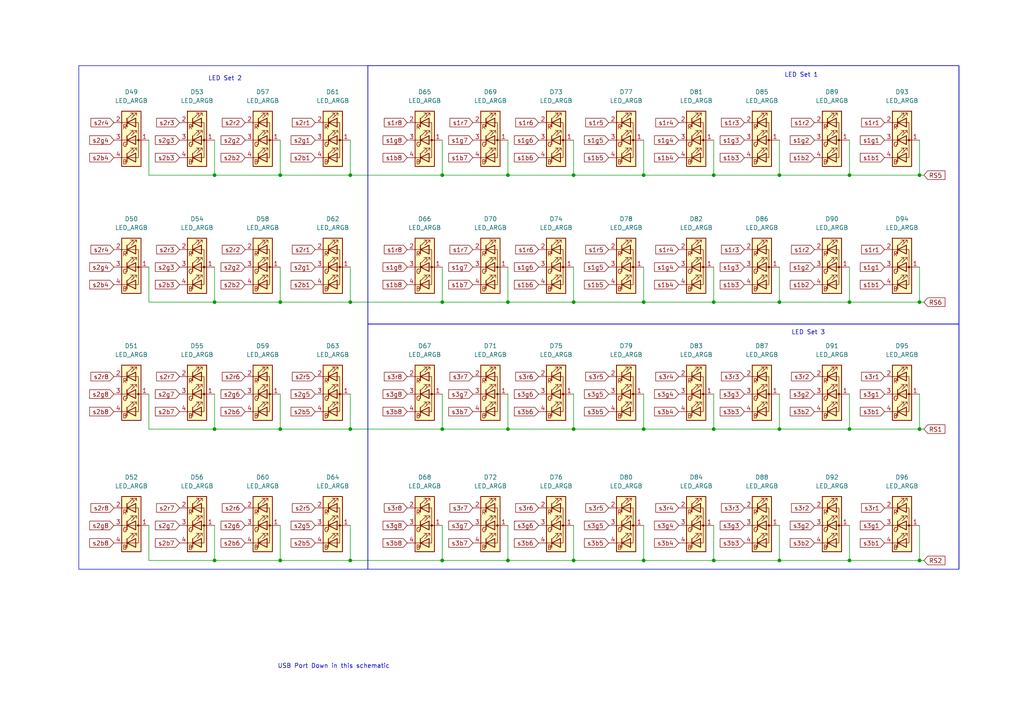
<source format=kicad_sch>
(kicad_sch (version 20250114) (generator "eeschema") (generator_version "9.0")
  (paper "A4")
  (lib_symbols
    (symbol "Device:LED_ARGB" (pin_names (offset 0) (hide yes))
      (property "Reference" "D" (at 0 9.398 0))
      (property "Value" "LED_ARGB" (at 0 -8.89 0))
      (symbol "LED_ARGB_0_0"
        (text "R" (at -1.905 3.81 0) (effects (font (size 1.27 1.27))))
        (text "G" (at -1.905 -1.27 0) (effects (font (size 1.27 1.27))))
        (text "B" (at -1.905 -6.35 0) (effects (font (size 1.27 1.27))))
      )
      (symbol "LED_ARGB_0_1"
        (polyline (pts (xy -1.27 6.35) (xy -1.27 3.81)) (stroke (width 0.254)))
        (polyline (pts (xy -1.27 6.35) (xy -1.27 3.81) (xy -1.27 3.81)))
        (polyline (pts (xy -1.27 5.08) (xy -2.54 5.08)))
        (polyline (pts (xy -1.27 5.08) (xy 1.27 5.08)))
        (polyline (pts (xy -1.27 1.27) (xy -1.27 -1.27)) (stroke (width 0.254)))
        (polyline (pts (xy -1.27 1.27) (xy -1.27 -1.27) (xy -1.27 -1.27)))
        (polyline (pts (xy -1.27 0) (xy -2.54 0)))
        (polyline (pts (xy -1.27 -3.81) (xy -1.27 -6.35)) (stroke (width 0.254)))
        (polyline (pts (xy -1.27 -5.08) (xy -2.54 -5.08)))
        (polyline (pts (xy -1.27 -5.08) (xy 1.27 -5.08)))
        (polyline (pts (xy -1.016 6.35) (xy 0.508 7.874) (xy -0.254 7.874) (xy 0.508 7.874) (xy 0.508 7.112)))
        (polyline (pts (xy -1.016 1.27) (xy 0.508 2.794) (xy -0.254 2.794) (xy 0.508 2.794) (xy 0.508 2.032)))
        (polyline (pts (xy -1.016 -3.81) (xy 0.508 -2.286) (xy -0.254 -2.286) (xy 0.508 -2.286) (xy 0.508 -3.048)))
        (polyline (pts (xy 0 6.35) (xy 1.524 7.874) (xy 0.762 7.874) (xy 1.524 7.874) (xy 1.524 7.112)))
        (polyline (pts (xy 0 1.27) (xy 1.524 2.794) (xy 0.762 2.794) (xy 1.524 2.794) (xy 1.524 2.032)))
        (polyline (pts (xy 0 -3.81) (xy 1.524 -2.286) (xy 0.762 -2.286) (xy 1.524 -2.286) (xy 1.524 -3.048)))
        (polyline (pts (xy 1.27 6.35) (xy 1.27 3.81) (xy -1.27 5.08) (xy 1.27 6.35)) (stroke (width 0.254)))
        (rectangle (start 1.27 6.35) (end 1.27 6.35))
        (rectangle (start 1.27 3.81) (end 1.27 6.35))
        (polyline (pts (xy 1.27 1.27) (xy 1.27 -1.27) (xy -1.27 0) (xy 1.27 1.27)) (stroke (width 0.254)))
        (rectangle (start 1.27 1.27) (end 1.27 1.27))
        (polyline (pts (xy 1.27 0) (xy -1.27 0)))
        (polyline (pts (xy 1.27 0) (xy 2.54 0)))
        (rectangle (start 1.27 -1.27) (end 1.27 1.27))
        (polyline (pts (xy 1.27 -3.81) (xy 1.27 -6.35) (xy -1.27 -5.08) (xy 1.27 -3.81)) (stroke (width 0.254)))
        (polyline (pts (xy 1.27 -5.08) (xy 2.032 -5.08) (xy 2.032 5.08) (xy 1.27 5.08)))
        (circle (center 2.032 0) (radius 0.254) (fill (type outline)))
        (rectangle (start 2.794 8.382) (end -2.794 -7.62) (stroke (width 0.254)) (fill (type background)))
      )
      (symbol "LED_ARGB_1_1"
        (pin passive line (at -5.08 5.08 0) (length 2.54) (name "RK") (number "2"))
        (pin passive line (at -5.08 0 0) (length 2.54) (name "GK") (number "3"))
        (pin passive line (at -5.08 -5.08 0) (length 2.54) (name "BK") (number "4"))
        (pin passive line (at 5.08 0 180) (length 2.54) (name "A") (number "1"))
      )
    )
  )
  (rectangle (start 106.68 19.05) (end 278.13 93.98))
  (rectangle (start 106.68 93.98) (end 278.13 165.1))
  (rectangle (start 22.86 19.05) (end 106.68 165.1))
  (rectangle (start 106.68 19.05) (end 278.13 165.1))
  (text "LED Set 2\n" (at 65.278 22.86 0) (effects (font (size 1.27 1.27))))
  (text "LED Set 1" (at 232.41 21.844 0) (effects (font (size 1.27 1.27))))
  (text "USB Port Down in this schematic\n" (at 96.774 193.294 0) (effects (font (size 1.27 1.27))))
  (text "LED Set 3" (at 234.442 96.52 0) (effects (font (size 1.27 1.27))))
  (junction (at 101.6 87.63))
  (junction (at 266.7 162.56))
  (junction (at 101.6 50.8))
  (junction (at 62.23 50.8))
  (junction (at 266.7 87.63))
  (junction (at 246.38 162.56))
  (junction (at 186.69 50.8))
  (junction (at 128.27 124.46))
  (junction (at 226.06 124.46))
  (junction (at 128.27 162.56))
  (junction (at 207.01 124.46))
  (junction (at 101.6 162.56))
  (junction (at 186.69 162.56))
  (junction (at 166.37 87.63))
  (junction (at 266.7 124.46))
  (junction (at 62.23 87.63))
  (junction (at 266.7 50.8))
  (junction (at 81.28 162.56))
  (junction (at 81.28 124.46))
  (junction (at 246.38 124.46))
  (junction (at 128.27 50.8))
  (junction (at 207.01 162.56))
  (junction (at 147.32 50.8))
  (junction (at 147.32 87.63))
  (junction (at 62.23 124.46))
  (junction (at 226.06 162.56))
  (junction (at 166.37 50.8))
  (junction (at 128.27 87.63))
  (junction (at 246.38 50.8))
  (junction (at 62.23 162.56))
  (junction (at 81.28 87.63))
  (junction (at 207.01 87.63))
  (junction (at 101.6 124.46))
  (junction (at 166.37 124.46))
  (junction (at 147.32 124.46))
  (junction (at 147.32 162.56))
  (junction (at 186.69 87.63))
  (junction (at 226.06 87.63))
  (junction (at 166.37 162.56))
  (junction (at 246.38 87.63))
  (junction (at 81.28 50.8))
  (junction (at 186.69 124.46))
  (junction (at 207.01 50.8))
  (junction (at 226.06 50.8))
  (wire (pts (xy 226.06 152.4) (xy 226.06 162.56)))
  (wire (pts (xy 166.37 87.63) (xy 186.69 87.63)))
  (wire (pts (xy 226.06 114.3) (xy 226.06 124.46)))
  (wire (pts (xy 226.06 162.56) (xy 246.38 162.56)))
  (wire (pts (xy 43.18 152.4) (xy 43.18 162.56)))
  (wire (pts (xy 266.7 50.8) (xy 267.97 50.8)))
  (wire (pts (xy 246.38 152.4) (xy 246.38 162.56)))
  (wire (pts (xy 207.01 124.46) (xy 226.06 124.46)))
  (wire (pts (xy 128.27 162.56) (xy 147.32 162.56)))
  (wire (pts (xy 186.69 40.64) (xy 186.69 50.8)))
  (wire (pts (xy 207.01 87.63) (xy 226.06 87.63)))
  (wire (pts (xy 128.27 114.3) (xy 128.27 124.46)))
  (wire (pts (xy 147.32 87.63) (xy 166.37 87.63)))
  (wire (pts (xy 166.37 124.46) (xy 186.69 124.46)))
  (wire (pts (xy 43.18 124.46) (xy 62.23 124.46)))
  (wire (pts (xy 43.18 162.56) (xy 62.23 162.56)))
  (wire (pts (xy 43.18 87.63) (xy 62.23 87.63)))
  (wire (pts (xy 186.69 77.47) (xy 186.69 87.63)))
  (wire (pts (xy 101.6 124.46) (xy 128.27 124.46)))
  (wire (pts (xy 266.7 124.46) (xy 267.97 124.46)))
  (wire (pts (xy 226.06 87.63) (xy 246.38 87.63)))
  (wire (pts (xy 62.23 87.63) (xy 81.28 87.63)))
  (wire (pts (xy 147.32 162.56) (xy 166.37 162.56)))
  (wire (pts (xy 186.69 114.3) (xy 186.69 124.46)))
  (wire (pts (xy 128.27 77.47) (xy 128.27 87.63)))
  (wire (pts (xy 147.32 40.64) (xy 147.32 50.8)))
  (wire (pts (xy 81.28 77.47) (xy 81.28 87.63)))
  (wire (pts (xy 246.38 162.56) (xy 266.7 162.56)))
  (wire (pts (xy 128.27 152.4) (xy 128.27 162.56)))
  (wire (pts (xy 62.23 50.8) (xy 81.28 50.8)))
  (wire (pts (xy 147.32 77.47) (xy 147.32 87.63)))
  (wire (pts (xy 147.32 124.46) (xy 166.37 124.46)))
  (wire (pts (xy 128.27 50.8) (xy 147.32 50.8)))
  (wire (pts (xy 81.28 87.63) (xy 101.6 87.63)))
  (wire (pts (xy 101.6 87.63) (xy 128.27 87.63)))
  (wire (pts (xy 166.37 40.64) (xy 166.37 50.8)))
  (wire (pts (xy 246.38 40.64) (xy 246.38 50.8)))
  (wire (pts (xy 207.01 162.56) (xy 226.06 162.56)))
  (wire (pts (xy 81.28 50.8) (xy 101.6 50.8)))
  (wire (pts (xy 207.01 50.8) (xy 226.06 50.8)))
  (wire (pts (xy 186.69 162.56) (xy 207.01 162.56)))
  (wire (pts (xy 226.06 40.64) (xy 226.06 50.8)))
  (wire (pts (xy 101.6 40.64) (xy 101.6 50.8)))
  (wire (pts (xy 81.28 114.3) (xy 81.28 124.46)))
  (wire (pts (xy 266.7 152.4) (xy 266.7 162.56)))
  (wire (pts (xy 266.7 162.56) (xy 267.97 162.56)))
  (wire (pts (xy 166.37 162.56) (xy 186.69 162.56)))
  (wire (pts (xy 246.38 77.47) (xy 246.38 87.63)))
  (wire (pts (xy 147.32 152.4) (xy 147.32 162.56)))
  (wire (pts (xy 186.69 50.8) (xy 207.01 50.8)))
  (wire (pts (xy 43.18 50.8) (xy 62.23 50.8)))
  (wire (pts (xy 266.7 77.47) (xy 266.7 87.63)))
  (wire (pts (xy 226.06 50.8) (xy 246.38 50.8)))
  (wire (pts (xy 81.28 162.56) (xy 101.6 162.56)))
  (wire (pts (xy 81.28 124.46) (xy 101.6 124.46)))
  (wire (pts (xy 147.32 114.3) (xy 147.32 124.46)))
  (wire (pts (xy 101.6 50.8) (xy 128.27 50.8)))
  (wire (pts (xy 62.23 124.46) (xy 81.28 124.46)))
  (wire (pts (xy 246.38 50.8) (xy 266.7 50.8)))
  (wire (pts (xy 62.23 77.47) (xy 62.23 87.63)))
  (wire (pts (xy 207.01 152.4) (xy 207.01 162.56)))
  (wire (pts (xy 128.27 124.46) (xy 147.32 124.46)))
  (wire (pts (xy 186.69 152.4) (xy 186.69 162.56)))
  (wire (pts (xy 166.37 114.3) (xy 166.37 124.46)))
  (wire (pts (xy 81.28 152.4) (xy 81.28 162.56)))
  (wire (pts (xy 166.37 77.47) (xy 166.37 87.63)))
  (wire (pts (xy 266.7 40.64) (xy 266.7 50.8)))
  (wire (pts (xy 43.18 77.47) (xy 43.18 87.63)))
  (wire (pts (xy 186.69 124.46) (xy 207.01 124.46)))
  (wire (pts (xy 128.27 87.63) (xy 147.32 87.63)))
  (wire (pts (xy 246.38 124.46) (xy 266.7 124.46)))
  (wire (pts (xy 101.6 152.4) (xy 101.6 162.56)))
  (wire (pts (xy 43.18 40.64) (xy 43.18 50.8)))
  (wire (pts (xy 246.38 114.3) (xy 246.38 124.46)))
  (wire (pts (xy 81.28 40.64) (xy 81.28 50.8)))
  (wire (pts (xy 226.06 124.46) (xy 246.38 124.46)))
  (wire (pts (xy 166.37 152.4) (xy 166.37 162.56)))
  (wire (pts (xy 101.6 77.47) (xy 101.6 87.63)))
  (wire (pts (xy 207.01 114.3) (xy 207.01 124.46)))
  (wire (pts (xy 186.69 87.63) (xy 207.01 87.63)))
  (wire (pts (xy 226.06 77.47) (xy 226.06 87.63)))
  (wire (pts (xy 62.23 40.64) (xy 62.23 50.8)))
  (wire (pts (xy 207.01 77.47) (xy 207.01 87.63)))
  (wire (pts (xy 62.23 152.4) (xy 62.23 162.56)))
  (wire (pts (xy 166.37 50.8) (xy 186.69 50.8)))
  (wire (pts (xy 101.6 114.3) (xy 101.6 124.46)))
  (wire (pts (xy 128.27 40.64) (xy 128.27 50.8)))
  (wire (pts (xy 101.6 162.56) (xy 128.27 162.56)))
  (wire (pts (xy 43.18 114.3) (xy 43.18 124.46)))
  (wire (pts (xy 62.23 114.3) (xy 62.23 124.46)))
  (wire (pts (xy 266.7 114.3) (xy 266.7 124.46)))
  (wire (pts (xy 147.32 50.8) (xy 166.37 50.8)))
  (wire (pts (xy 207.01 40.64) (xy 207.01 50.8)))
  (wire (pts (xy 62.23 162.56) (xy 81.28 162.56)))
  (wire (pts (xy 246.38 87.63) (xy 266.7 87.63)))
  (wire (pts (xy 266.7 87.63) (xy 267.97 87.63)))
  (global_label "s3g7" (shape input) (at 137.16 152.4 180) (property "Intersheetrefs" "${INTERSHEET_REFS}" (effects (hide yes))))
  (global_label "s2g5" (shape input) (at 91.44 114.3 180) (property "Intersheetrefs" "${INTERSHEET_REFS}" (effects (hide yes))))
  (global_label "s1g5" (shape input) (at 176.53 77.47 180) (property "Intersheetrefs" "${INTERSHEET_REFS}" (effects (hide yes))))
  (global_label "s1g3" (shape input) (at 215.9 77.47 180) (property "Intersheetrefs" "${INTERSHEET_REFS}" (effects (hide yes))))
  (global_label "s2r3" (shape input) (at 52.07 72.39 180) (property "Intersheetrefs" "${INTERSHEET_REFS}" (effects (hide yes))))
  (global_label "s3g8" (shape input) (at 118.11 114.3 180) (property "Intersheetrefs" "${INTERSHEET_REFS}" (effects (hide yes))))
  (global_label "s2b5" (shape input) (at 91.44 119.38 180) (property "Intersheetrefs" "${INTERSHEET_REFS}" (effects (hide yes))))
  (global_label "s2b4" (shape input) (at 33.02 45.72 180) (property "Intersheetrefs" "${INTERSHEET_REFS}" (effects (hide yes))))
  (global_label "s2g2" (shape input) (at 71.12 40.64 180) (property "Intersheetrefs" "${INTERSHEET_REFS}" (effects (hide yes))))
  (global_label "s3b6" (shape input) (at 156.21 157.48 180) (property "Intersheetrefs" "${INTERSHEET_REFS}" (effects (hide yes))))
  (global_label "s1r3" (shape input) (at 215.9 35.56 180) (property "Intersheetrefs" "${INTERSHEET_REFS}" (effects (hide yes))))
  (global_label "s3g4" (shape input) (at 196.85 152.4 180) (property "Intersheetrefs" "${INTERSHEET_REFS}" (effects (hide yes))))
  (global_label "s3g7" (shape input) (at 137.16 114.3 180) (property "Intersheetrefs" "${INTERSHEET_REFS}" (effects (hide yes))))
  (global_label "s2b6" (shape input) (at 71.12 119.38 180) (property "Intersheetrefs" "${INTERSHEET_REFS}" (effects (hide yes))))
  (global_label "s3b5" (shape input) (at 176.53 119.38 180) (property "Intersheetrefs" "${INTERSHEET_REFS}" (effects (hide yes))))
  (global_label "s3g4" (shape input) (at 196.85 114.3 180) (property "Intersheetrefs" "${INTERSHEET_REFS}" (effects (hide yes))))
  (global_label "s1r1" (shape input) (at 256.54 72.39 180) (property "Intersheetrefs" "${INTERSHEET_REFS}" (effects (hide yes))))
  (global_label "s3g8" (shape input) (at 118.11 152.4 180) (property "Intersheetrefs" "${INTERSHEET_REFS}" (effects (hide yes))))
  (global_label "s3r6" (shape input) (at 156.21 109.22 180) (property "Intersheetrefs" "${INTERSHEET_REFS}" (effects (hide yes))))
  (global_label "s1r7" (shape input) (at 137.16 72.39 180) (property "Intersheetrefs" "${INTERSHEET_REFS}" (effects (hide yes))))
  (global_label "s3r2" (shape input) (at 236.22 109.22 180) (property "Intersheetrefs" "${INTERSHEET_REFS}" (effects (hide yes))))
  (global_label "RS6" (shape input) (at 267.97 87.63 0) (property "Intersheetrefs" "${INTERSHEET_REFS}" (effects (hide yes))))
  (global_label "s1r1" (shape input) (at 256.54 35.56 180) (property "Intersheetrefs" "${INTERSHEET_REFS}" (effects (hide yes))))
  (global_label "s3r8" (shape input) (at 118.11 147.32 180) (property "Intersheetrefs" "${INTERSHEET_REFS}" (effects (hide yes))))
  (global_label "s3g3" (shape input) (at 215.9 152.4 180) (property "Intersheetrefs" "${INTERSHEET_REFS}" (effects (hide yes))))
  (global_label "s1b5" (shape input) (at 176.53 45.72 180) (property "Intersheetrefs" "${INTERSHEET_REFS}" (effects (hide yes))))
  (global_label "s3b1" (shape input) (at 256.54 157.48 180) (property "Intersheetrefs" "${INTERSHEET_REFS}" (effects (hide yes))))
  (global_label "RS2" (shape input) (at 267.97 162.56 0) (property "Intersheetrefs" "${INTERSHEET_REFS}" (effects (hide yes))))
  (global_label "s3b3" (shape input) (at 215.9 157.48 180) (property "Intersheetrefs" "${INTERSHEET_REFS}" (effects (hide yes))))
  (global_label "s3g1" (shape input) (at 256.54 114.3 180) (property "Intersheetrefs" "${INTERSHEET_REFS}" (effects (hide yes))))
  (global_label "s2b8" (shape input) (at 33.02 119.38 180) (property "Intersheetrefs" "${INTERSHEET_REFS}" (effects (hide yes))))
  (global_label "s1g5" (shape input) (at 176.53 40.64 180) (property "Intersheetrefs" "${INTERSHEET_REFS}" (effects (hide yes))))
  (global_label "s2r6" (shape input) (at 71.12 109.22 180) (property "Intersheetrefs" "${INTERSHEET_REFS}" (effects (hide yes))))
  (global_label "s1r7" (shape input) (at 137.16 35.56 180) (property "Intersheetrefs" "${INTERSHEET_REFS}" (effects (hide yes))))
  (global_label "s3r7" (shape input) (at 137.16 109.22 180) (property "Intersheetrefs" "${INTERSHEET_REFS}" (effects (hide yes))))
  (global_label "s3b1" (shape input) (at 256.54 119.38 180) (property "Intersheetrefs" "${INTERSHEET_REFS}" (effects (hide yes))))
  (global_label "s1r5" (shape input) (at 176.53 35.56 180) (property "Intersheetrefs" "${INTERSHEET_REFS}" (effects (hide yes))))
  (global_label "s2r2" (shape input) (at 71.12 35.56 180) (property "Intersheetrefs" "${INTERSHEET_REFS}" (effects (hide yes))))
  (global_label "s1b6" (shape input) (at 156.21 82.55 180) (property "Intersheetrefs" "${INTERSHEET_REFS}" (effects (hide yes))))
  (global_label "s2r4" (shape input) (at 33.02 72.39 180) (property "Intersheetrefs" "${INTERSHEET_REFS}" (effects (hide yes))))
  (global_label "s1r6" (shape input) (at 156.21 35.56 180) (property "Intersheetrefs" "${INTERSHEET_REFS}" (effects (hide yes))))
  (global_label "s2r7" (shape input) (at 52.07 147.32 180) (property "Intersheetrefs" "${INTERSHEET_REFS}" (effects (hide yes))))
  (global_label "s1g2" (shape input) (at 236.22 40.64 180) (property "Intersheetrefs" "${INTERSHEET_REFS}" (effects (hide yes))))
  (global_label "s1b4" (shape input) (at 196.85 82.55 180) (property "Intersheetrefs" "${INTERSHEET_REFS}" (effects (hide yes))))
  (global_label "s2g3" (shape input) (at 52.07 40.64 180) (property "Intersheetrefs" "${INTERSHEET_REFS}" (effects (hide yes))))
  (global_label "s2r6" (shape input) (at 71.12 147.32 180) (property "Intersheetrefs" "${INTERSHEET_REFS}" (effects (hide yes))))
  (global_label "s1b1" (shape input) (at 256.54 82.55 180) (property "Intersheetrefs" "${INTERSHEET_REFS}" (effects (hide yes))))
  (global_label "s2g6" (shape input) (at 71.12 152.4 180) (property "Intersheetrefs" "${INTERSHEET_REFS}" (effects (hide yes))))
  (global_label "RS1" (shape input) (at 267.97 124.46 0) (property "Intersheetrefs" "${INTERSHEET_REFS}" (effects (hide yes))))
  (global_label "s3r4" (shape input) (at 196.85 109.22 180) (property "Intersheetrefs" "${INTERSHEET_REFS}" (effects (hide yes))))
  (global_label "s2b2" (shape input) (at 71.12 82.55 180) (property "Intersheetrefs" "${INTERSHEET_REFS}" (effects (hide yes))))
  (global_label "s1r2" (shape input) (at 236.22 35.56 180) (property "Intersheetrefs" "${INTERSHEET_REFS}" (effects (hide yes))))
  (global_label "s1g7" (shape input) (at 137.16 40.64 180) (property "Intersheetrefs" "${INTERSHEET_REFS}" (effects (hide yes))))
  (global_label "s3g3" (shape input) (at 215.9 114.3 180) (property "Intersheetrefs" "${INTERSHEET_REFS}" (effects (hide yes))))
  (global_label "s2b1" (shape input) (at 91.44 45.72 180) (property "Intersheetrefs" "${INTERSHEET_REFS}" (effects (hide yes))))
  (global_label "s2r1" (shape input) (at 91.44 72.39 180) (property "Intersheetrefs" "${INTERSHEET_REFS}" (effects (hide yes))))
  (global_label "s1g8" (shape input) (at 118.11 40.64 180) (property "Intersheetrefs" "${INTERSHEET_REFS}" (effects (hide yes))))
  (global_label "s2g8" (shape input) (at 33.02 114.3 180) (property "Intersheetrefs" "${INTERSHEET_REFS}" (effects (hide yes))))
  (global_label "s2r7" (shape input) (at 52.07 109.22 180) (property "Intersheetrefs" "${INTERSHEET_REFS}" (effects (hide yes))))
  (global_label "s1r2" (shape input) (at 236.22 72.39 180) (property "Intersheetrefs" "${INTERSHEET_REFS}" (effects (hide yes))))
  (global_label "s1b1" (shape input) (at 256.54 45.72 180) (property "Intersheetrefs" "${INTERSHEET_REFS}" (effects (hide yes))))
  (global_label "s2r2" (shape input) (at 71.12 72.39 180) (property "Intersheetrefs" "${INTERSHEET_REFS}" (effects (hide yes))))
  (global_label "s1r8" (shape input) (at 118.11 72.39 180) (property "Intersheetrefs" "${INTERSHEET_REFS}" (effects (hide yes))))
  (global_label "s3r2" (shape input) (at 236.22 147.32 180) (property "Intersheetrefs" "${INTERSHEET_REFS}" (effects (hide yes))))
  (global_label "s2r5" (shape input) (at 91.44 109.22 180) (property "Intersheetrefs" "${INTERSHEET_REFS}" (effects (hide yes))))
  (global_label "s2g4" (shape input) (at 33.02 40.64 180) (property "Intersheetrefs" "${INTERSHEET_REFS}" (effects (hide yes))))
  (global_label "s2b3" (shape input) (at 52.07 45.72 180) (property "Intersheetrefs" "${INTERSHEET_REFS}" (effects (hide yes))))
  (global_label "s3g1" (shape input) (at 256.54 152.4 180) (property "Intersheetrefs" "${INTERSHEET_REFS}" (effects (hide yes))))
  (global_label "s2g8" (shape input) (at 33.02 152.4 180) (property "Intersheetrefs" "${INTERSHEET_REFS}" (effects (hide yes))))
  (global_label "s1b2" (shape input) (at 236.22 82.55 180) (property "Intersheetrefs" "${INTERSHEET_REFS}" (effects (hide yes))))
  (global_label "s3r7" (shape input) (at 137.16 147.32 180) (property "Intersheetrefs" "${INTERSHEET_REFS}" (effects (hide yes))))
  (global_label "s1r3" (shape input) (at 215.9 72.39 180) (property "Intersheetrefs" "${INTERSHEET_REFS}" (effects (hide yes))))
  (global_label "s1g6" (shape input) (at 156.21 77.47 180) (property "Intersheetrefs" "${INTERSHEET_REFS}" (effects (hide yes))))
  (global_label "s1b2" (shape input) (at 236.22 45.72 180) (property "Intersheetrefs" "${INTERSHEET_REFS}" (effects (hide yes))))
  (global_label "s3b8" (shape input) (at 118.11 157.48 180) (property "Intersheetrefs" "${INTERSHEET_REFS}" (effects (hide yes))))
  (global_label "s1g6" (shape input) (at 156.21 40.64 180) (property "Intersheetrefs" "${INTERSHEET_REFS}" (effects (hide yes))))
  (global_label "s3g5" (shape input) (at 176.53 152.4 180) (property "Intersheetrefs" "${INTERSHEET_REFS}" (effects (hide yes))))
  (global_label "s1g1" (shape input) (at 256.54 77.47 180) (property "Intersheetrefs" "${INTERSHEET_REFS}" (effects (hide yes))))
  (global_label "s2g1" (shape input) (at 91.44 77.47 180) (property "Intersheetrefs" "${INTERSHEET_REFS}" (effects (hide yes))))
  (global_label "s1r6" (shape input) (at 156.21 72.39 180) (property "Intersheetrefs" "${INTERSHEET_REFS}" (effects (hide yes))))
  (global_label "s2g2" (shape input) (at 71.12 77.47 180) (property "Intersheetrefs" "${INTERSHEET_REFS}" (effects (hide yes))))
  (global_label "s3b8" (shape input) (at 118.11 119.38 180) (property "Intersheetrefs" "${INTERSHEET_REFS}" (effects (hide yes))))
  (global_label "s1b3" (shape input) (at 215.9 45.72 180) (property "Intersheetrefs" "${INTERSHEET_REFS}" (effects (hide yes))))
  (global_label "s2g3" (shape input) (at 52.07 77.47 180) (property "Intersheetrefs" "${INTERSHEET_REFS}" (effects (hide yes))))
  (global_label "s3g5" (shape input) (at 176.53 114.3 180) (property "Intersheetrefs" "${INTERSHEET_REFS}" (effects (hide yes))))
  (global_label "s3g6" (shape input) (at 156.21 152.4 180) (property "Intersheetrefs" "${INTERSHEET_REFS}" (effects (hide yes))))
  (global_label "s1b8" (shape input) (at 118.11 45.72 180) (property "Intersheetrefs" "${INTERSHEET_REFS}" (effects (hide yes))))
  (global_label "s2b3" (shape input) (at 52.07 82.55 180) (property "Intersheetrefs" "${INTERSHEET_REFS}" (effects (hide yes))))
  (global_label "s3r4" (shape input) (at 196.85 147.32 180) (property "Intersheetrefs" "${INTERSHEET_REFS}" (effects (hide yes))))
  (global_label "s2b5" (shape input) (at 91.44 157.48 180) (property "Intersheetrefs" "${INTERSHEET_REFS}" (effects (hide yes))))
  (global_label "s2r4" (shape input) (at 33.02 35.56 180) (property "Intersheetrefs" "${INTERSHEET_REFS}" (effects (hide yes))))
  (global_label "s3r3" (shape input) (at 215.9 147.32 180) (property "Intersheetrefs" "${INTERSHEET_REFS}" (effects (hide yes))))
  (global_label "s2g5" (shape input) (at 91.44 152.4 180) (property "Intersheetrefs" "${INTERSHEET_REFS}" (effects (hide yes))))
  (global_label "s3r5" (shape input) (at 176.53 147.32 180) (property "Intersheetrefs" "${INTERSHEET_REFS}" (effects (hide yes))))
  (global_label "s1b7" (shape input) (at 137.16 45.72 180) (property "Intersheetrefs" "${INTERSHEET_REFS}" (effects (hide yes))))
  (global_label "s3b2" (shape input) (at 236.22 157.48 180) (property "Intersheetrefs" "${INTERSHEET_REFS}" (effects (hide yes))))
  (global_label "RS5" (shape input) (at 267.97 50.8 0) (property "Intersheetrefs" "${INTERSHEET_REFS}" (effects (hide yes))))
  (global_label "s2g6" (shape input) (at 71.12 114.3 180) (property "Intersheetrefs" "${INTERSHEET_REFS}" (effects (hide yes))))
  (global_label "s1b3" (shape input) (at 215.9 82.55 180) (property "Intersheetrefs" "${INTERSHEET_REFS}" (effects (hide yes))))
  (global_label "s2b4" (shape input) (at 33.02 82.55 180) (property "Intersheetrefs" "${INTERSHEET_REFS}" (effects (hide yes))))
  (global_label "s1g3" (shape input) (at 215.9 40.64 180) (property "Intersheetrefs" "${INTERSHEET_REFS}" (effects (hide yes))))
  (global_label "s1g7" (shape input) (at 137.16 77.47 180) (property "Intersheetrefs" "${INTERSHEET_REFS}" (effects (hide yes))))
  (global_label "s1b4" (shape input) (at 196.85 45.72 180) (property "Intersheetrefs" "${INTERSHEET_REFS}" (effects (hide yes))))
  (global_label "s1g2" (shape input) (at 236.22 77.47 180) (property "Intersheetrefs" "${INTERSHEET_REFS}" (effects (hide yes))))
  (global_label "s2r5" (shape input) (at 91.44 147.32 180) (property "Intersheetrefs" "${INTERSHEET_REFS}" (effects (hide yes))))
  (global_label "s3r8" (shape input) (at 118.11 109.22 180) (property "Intersheetrefs" "${INTERSHEET_REFS}" (effects (hide yes))))
  (global_label "s3b6" (shape input) (at 156.21 119.38 180) (property "Intersheetrefs" "${INTERSHEET_REFS}" (effects (hide yes))))
  (global_label "s1r4" (shape input) (at 196.85 72.39 180) (property "Intersheetrefs" "${INTERSHEET_REFS}" (effects (hide yes))))
  (global_label "s3b3" (shape input) (at 215.9 119.38 180) (property "Intersheetrefs" "${INTERSHEET_REFS}" (effects (hide yes))))
  (global_label "s2r8" (shape input) (at 33.02 109.22 180) (property "Intersheetrefs" "${INTERSHEET_REFS}" (effects (hide yes))))
  (global_label "s1b7" (shape input) (at 137.16 82.55 180) (property "Intersheetrefs" "${INTERSHEET_REFS}" (effects (hide yes))))
  (global_label "s1b6" (shape input) (at 156.21 45.72 180) (property "Intersheetrefs" "${INTERSHEET_REFS}" (effects (hide yes))))
  (global_label "s2b8" (shape input) (at 33.02 157.48 180) (property "Intersheetrefs" "${INTERSHEET_REFS}" (effects (hide yes))))
  (global_label "s2b7" (shape input) (at 52.07 157.48 180) (property "Intersheetrefs" "${INTERSHEET_REFS}" (effects (hide yes))))
  (global_label "s1g8" (shape input) (at 118.11 77.47 180) (property "Intersheetrefs" "${INTERSHEET_REFS}" (effects (hide yes))))
  (global_label "s3r3" (shape input) (at 215.9 109.22 180) (property "Intersheetrefs" "${INTERSHEET_REFS}" (effects (hide yes))))
  (global_label "s3r1" (shape input) (at 256.54 109.22 180) (property "Intersheetrefs" "${INTERSHEET_REFS}" (effects (hide yes))))
  (global_label "s1b8" (shape input) (at 118.11 82.55 180) (property "Intersheetrefs" "${INTERSHEET_REFS}" (effects (hide yes))))
  (global_label "s2r1" (shape input) (at 91.44 35.56 180) (property "Intersheetrefs" "${INTERSHEET_REFS}" (effects (hide yes))))
  (global_label "s3b5" (shape input) (at 176.53 157.48 180) (property "Intersheetrefs" "${INTERSHEET_REFS}" (effects (hide yes))))
  (global_label "s3g6" (shape input) (at 156.21 114.3 180) (property "Intersheetrefs" "${INTERSHEET_REFS}" (effects (hide yes))))
  (global_label "s2r8" (shape input) (at 33.02 147.32 180) (property "Intersheetrefs" "${INTERSHEET_REFS}" (effects (hide yes))))
  (global_label "s2b1" (shape input) (at 91.44 82.55 180) (property "Intersheetrefs" "${INTERSHEET_REFS}" (effects (hide yes))))
  (global_label "s3r1" (shape input) (at 256.54 147.32 180) (property "Intersheetrefs" "${INTERSHEET_REFS}" (effects (hide yes))))
  (global_label "s3b4" (shape input) (at 196.85 119.38 180) (property "Intersheetrefs" "${INTERSHEET_REFS}" (effects (hide yes))))
  (global_label "s2g1" (shape input) (at 91.44 40.64 180) (property "Intersheetrefs" "${INTERSHEET_REFS}" (effects (hide yes))))
  (global_label "s3b7" (shape input) (at 137.16 157.48 180) (property "Intersheetrefs" "${INTERSHEET_REFS}" (effects (hide yes))))
  (global_label "s1r5" (shape input) (at 176.53 72.39 180) (property "Intersheetrefs" "${INTERSHEET_REFS}" (effects (hide yes))))
  (global_label "s1r4" (shape input) (at 196.85 35.56 180) (property "Intersheetrefs" "${INTERSHEET_REFS}" (effects (hide yes))))
  (global_label "s3g2" (shape input) (at 236.22 152.4 180) (property "Intersheetrefs" "${INTERSHEET_REFS}" (effects (hide yes))))
  (global_label "s1g4" (shape input) (at 196.85 77.47 180) (property "Intersheetrefs" "${INTERSHEET_REFS}" (effects (hide yes))))
  (global_label "s2r3" (shape input) (at 52.07 35.56 180) (property "Intersheetrefs" "${INTERSHEET_REFS}" (effects (hide yes))))
  (global_label "s2g4" (shape input) (at 33.02 77.47 180) (property "Intersheetrefs" "${INTERSHEET_REFS}" (effects (hide yes))))
  (global_label "s1g4" (shape input) (at 196.85 40.64 180) (property "Intersheetrefs" "${INTERSHEET_REFS}" (effects (hide yes))))
  (global_label "s3r5" (shape input) (at 176.53 109.22 180) (property "Intersheetrefs" "${INTERSHEET_REFS}" (effects (hide yes))))
  (global_label "s1r8" (shape input) (at 118.11 35.56 180) (property "Intersheetrefs" "${INTERSHEET_REFS}" (effects (hide yes))))
  (global_label "s3r6" (shape input) (at 156.21 147.32 180) (property "Intersheetrefs" "${INTERSHEET_REFS}" (effects (hide yes))))
  (global_label "s3b4" (shape input) (at 196.85 157.48 180) (property "Intersheetrefs" "${INTERSHEET_REFS}" (effects (hide yes))))
  (global_label "s3b2" (shape input) (at 236.22 119.38 180) (property "Intersheetrefs" "${INTERSHEET_REFS}" (effects (hide yes))))
  (global_label "s2b2" (shape input) (at 71.12 45.72 180) (property "Intersheetrefs" "${INTERSHEET_REFS}" (effects (hide yes))))
  (global_label "s2g7" (shape input) (at 52.07 114.3 180) (property "Intersheetrefs" "${INTERSHEET_REFS}" (effects (hide yes))))
  (global_label "s1b5" (shape input) (at 176.53 82.55 180) (property "Intersheetrefs" "${INTERSHEET_REFS}" (effects (hide yes))))
  (global_label "s3b7" (shape input) (at 137.16 119.38 180) (property "Intersheetrefs" "${INTERSHEET_REFS}" (effects (hide yes))))
  (global_label "s2b7" (shape input) (at 52.07 119.38 180) (property "Intersheetrefs" "${INTERSHEET_REFS}" (effects (hide yes))))
  (global_label "s1g1" (shape input) (at 256.54 40.64 180) (property "Intersheetrefs" "${INTERSHEET_REFS}" (effects (hide yes))))
  (global_label "s2g7" (shape input) (at 52.07 152.4 180) (property "Intersheetrefs" "${INTERSHEET_REFS}" (effects (hide yes))))
  (global_label "s3g2" (shape input) (at 236.22 114.3 180) (property "Intersheetrefs" "${INTERSHEET_REFS}" (effects (hide yes))))
  (global_label "s2b6" (shape input) (at 71.12 157.48 180) (property "Intersheetrefs" "${INTERSHEET_REFS}" (effects (hide yes))))
  (symbol (lib_id "Device:LED_ARGB") (at 201.93 152.4 0) (unit 1)
    (property "Reference" "D84" (at 201.93 138.43 0))
    (property "Value" "LED_ARGB" (at 201.93 140.97 0))
    (property "Footprint" "LED_SMD:LED_Cree-PLCC4_2x2mm_CW" (effects (hide yes)))
    (property "Description" "RGB LED, anode/red/green/blue" (effects (hide yes)))
  )
  (symbol (lib_id "Device:LED_ARGB") (at 57.15 152.4 0) (unit 1)
    (property "Reference" "D56" (at 57.15 138.43 0))
    (property "Value" "LED_ARGB" (at 57.15 140.97 0))
    (property "Footprint" "LED_SMD:LED_Cree-PLCC4_2x2mm_CW" (effects (hide yes)))
    (property "Description" "RGB LED, anode/red/green/blue" (effects (hide yes)))
  )
  (symbol (lib_id "Device:LED_ARGB") (at 181.61 152.4 0) (unit 1)
    (property "Reference" "D80" (at 181.61 138.43 0))
    (property "Value" "LED_ARGB" (at 181.61 140.97 0))
    (property "Footprint" "LED_SMD:LED_Cree-PLCC4_2x2mm_CW" (effects (hide yes)))
    (property "Description" "RGB LED, anode/red/green/blue" (effects (hide yes)))
  )
  (symbol (lib_id "Device:LED_ARGB") (at 261.62 152.4 0) (unit 1)
    (property "Reference" "D96" (at 261.62 138.43 0))
    (property "Value" "LED_ARGB" (at 261.62 140.97 0))
    (property "Footprint" "LED_SMD:LED_Cree-PLCC4_2x2mm_CW" (effects (hide yes)))
    (property "Description" "RGB LED, anode/red/green/blue" (effects (hide yes)))
  )
  (symbol (lib_id "Device:LED_ARGB") (at 76.2 77.47 0) (unit 1)
    (property "Reference" "D58" (at 76.2 63.5 0))
    (property "Value" "LED_ARGB" (at 76.2 66.04 0))
    (property "Footprint" "LED_SMD:LED_Cree-PLCC4_2x2mm_CW" (effects (hide yes)))
    (property "Description" "RGB LED, anode/red/green/blue" (effects (hide yes)))
  )
  (symbol (lib_id "Device:LED_ARGB") (at 261.62 40.64 0) (unit 1)
    (property "Reference" "D93" (at 261.62 26.67 0))
    (property "Value" "LED_ARGB" (at 261.62 29.21 0))
    (property "Footprint" "LED_SMD:LED_Cree-PLCC4_2x2mm_CW" (effects (hide yes)))
    (property "Description" "RGB LED, anode/red/green/blue" (effects (hide yes)))
  )
  (symbol (lib_id "Device:LED_ARGB") (at 96.52 114.3 0) (unit 1)
    (property "Reference" "D63" (at 96.52 100.33 0))
    (property "Value" "LED_ARGB" (at 96.52 102.87 0))
    (property "Footprint" "LED_SMD:LED_Cree-PLCC4_2x2mm_CW" (effects (hide yes)))
    (property "Description" "RGB LED, anode/red/green/blue" (effects (hide yes)))
  )
  (symbol (lib_id "Device:LED_ARGB") (at 181.61 40.64 0) (unit 1)
    (property "Reference" "D77" (at 181.61 26.67 0))
    (property "Value" "LED_ARGB" (at 181.61 29.21 0))
    (property "Footprint" "LED_SMD:LED_Cree-PLCC4_2x2mm_CW" (effects (hide yes)))
    (property "Description" "RGB LED, anode/red/green/blue" (effects (hide yes)))
  )
  (symbol (lib_id "Device:LED_ARGB") (at 161.29 77.47 0) (unit 1)
    (property "Reference" "D74" (at 161.29 63.5 0))
    (property "Value" "LED_ARGB" (at 161.29 66.04 0))
    (property "Footprint" "LED_SMD:LED_Cree-PLCC4_2x2mm_CW" (effects (hide yes)))
    (property "Description" "RGB LED, anode/red/green/blue" (effects (hide yes)))
  )
  (symbol (lib_id "Device:LED_ARGB") (at 241.3 77.47 0) (unit 1)
    (property "Reference" "D90" (at 241.3 63.5 0))
    (property "Value" "LED_ARGB" (at 241.3 66.04 0))
    (property "Footprint" "LED_SMD:LED_Cree-PLCC4_2x2mm_CW" (effects (hide yes)))
    (property "Description" "RGB LED, anode/red/green/blue" (effects (hide yes)))
  )
  (symbol (lib_id "Device:LED_ARGB") (at 38.1 114.3 0) (unit 1)
    (property "Reference" "D51" (at 38.1 100.33 0))
    (property "Value" "LED_ARGB" (at 38.1 102.87 0))
    (property "Footprint" "LED_SMD:LED_Cree-PLCC4_2x2mm_CW" (effects (hide yes)))
    (property "Description" "RGB LED, anode/red/green/blue" (effects (hide yes)))
  )
  (symbol (lib_id "Device:LED_ARGB") (at 220.98 77.47 0) (unit 1)
    (property "Reference" "D86" (at 220.98 63.5 0))
    (property "Value" "LED_ARGB" (at 220.98 66.04 0))
    (property "Footprint" "LED_SMD:LED_Cree-PLCC4_2x2mm_CW" (effects (hide yes)))
    (property "Description" "RGB LED, anode/red/green/blue" (effects (hide yes)))
  )
  (symbol (lib_id "Device:LED_ARGB") (at 76.2 114.3 0) (unit 1)
    (property "Reference" "D59" (at 76.2 100.33 0))
    (property "Value" "LED_ARGB" (at 76.2 102.87 0))
    (property "Footprint" "LED_SMD:LED_Cree-PLCC4_2x2mm_CW" (effects (hide yes)))
    (property "Description" "RGB LED, anode/red/green/blue" (effects (hide yes)))
  )
  (symbol (lib_id "Device:LED_ARGB") (at 123.19 152.4 0) (unit 1)
    (property "Reference" "D68" (at 123.19 138.43 0))
    (property "Value" "LED_ARGB" (at 123.19 140.97 0))
    (property "Footprint" "LED_SMD:LED_Cree-PLCC4_2x2mm_CW" (effects (hide yes)))
    (property "Description" "RGB LED, anode/red/green/blue" (effects (hide yes)))
  )
  (symbol (lib_id "Device:LED_ARGB") (at 142.24 40.64 0) (unit 1)
    (property "Reference" "D69" (at 142.24 26.67 0))
    (property "Value" "LED_ARGB" (at 142.24 29.21 0))
    (property "Footprint" "LED_SMD:LED_Cree-PLCC4_2x2mm_CW" (effects (hide yes)))
    (property "Description" "RGB LED, anode/red/green/blue" (effects (hide yes)))
  )
  (symbol (lib_id "Device:LED_ARGB") (at 96.52 152.4 0) (unit 1)
    (property "Reference" "D64" (at 96.52 138.43 0))
    (property "Value" "LED_ARGB" (at 96.52 140.97 0))
    (property "Footprint" "LED_SMD:LED_Cree-PLCC4_2x2mm_CW" (effects (hide yes)))
    (property "Description" "RGB LED, anode/red/green/blue" (effects (hide yes)))
  )
  (symbol (lib_id "Device:LED_ARGB") (at 142.24 152.4 0) (unit 1)
    (property "Reference" "D72" (at 142.24 138.43 0))
    (property "Value" "LED_ARGB" (at 142.24 140.97 0))
    (property "Footprint" "LED_SMD:LED_Cree-PLCC4_2x2mm_CW" (effects (hide yes)))
    (property "Description" "RGB LED, anode/red/green/blue" (effects (hide yes)))
  )
  (symbol (lib_id "Device:LED_ARGB") (at 38.1 77.47 0) (unit 1)
    (property "Reference" "D50" (at 38.1 63.5 0))
    (property "Value" "LED_ARGB" (at 38.1 66.04 0))
    (property "Footprint" "LED_SMD:LED_Cree-PLCC4_2x2mm_CW" (effects (hide yes)))
    (property "Description" "RGB LED, anode/red/green/blue" (effects (hide yes)))
  )
  (symbol (lib_id "Device:LED_ARGB") (at 220.98 114.3 0) (unit 1)
    (property "Reference" "D87" (at 220.98 100.33 0))
    (property "Value" "LED_ARGB" (at 220.98 102.87 0))
    (property "Footprint" "LED_SMD:LED_Cree-PLCC4_2x2mm_CW" (effects (hide yes)))
    (property "Description" "RGB LED, anode/red/green/blue" (effects (hide yes)))
  )
  (symbol (lib_id "Device:LED_ARGB") (at 241.3 40.64 0) (unit 1)
    (property "Reference" "D89" (at 241.3 26.67 0))
    (property "Value" "LED_ARGB" (at 241.3 29.21 0))
    (property "Footprint" "LED_SMD:LED_Cree-PLCC4_2x2mm_CW" (effects (hide yes)))
    (property "Description" "RGB LED, anode/red/green/blue" (effects (hide yes)))
  )
  (symbol (lib_id "Device:LED_ARGB") (at 181.61 114.3 0) (unit 1)
    (property "Reference" "D79" (at 181.61 100.33 0))
    (property "Value" "LED_ARGB" (at 181.61 102.87 0))
    (property "Footprint" "LED_SMD:LED_Cree-PLCC4_2x2mm_CW" (effects (hide yes)))
    (property "Description" "RGB LED, anode/red/green/blue" (effects (hide yes)))
  )
  (symbol (lib_id "Device:LED_ARGB") (at 161.29 152.4 0) (unit 1)
    (property "Reference" "D76" (at 161.29 138.43 0))
    (property "Value" "LED_ARGB" (at 161.29 140.97 0))
    (property "Footprint" "LED_SMD:LED_Cree-PLCC4_2x2mm_CW" (effects (hide yes)))
    (property "Description" "RGB LED, anode/red/green/blue" (effects (hide yes)))
  )
  (symbol (lib_id "Device:LED_ARGB") (at 142.24 114.3 0) (unit 1)
    (property "Reference" "D71" (at 142.24 100.33 0))
    (property "Value" "LED_ARGB" (at 142.24 102.87 0))
    (property "Footprint" "LED_SMD:LED_Cree-PLCC4_2x2mm_CW" (effects (hide yes)))
    (property "Description" "RGB LED, anode/red/green/blue" (effects (hide yes)))
  )
  (symbol (lib_id "Device:LED_ARGB") (at 261.62 114.3 0) (unit 1)
    (property "Reference" "D95" (at 261.62 100.33 0))
    (property "Value" "LED_ARGB" (at 261.62 102.87 0))
    (property "Footprint" "LED_SMD:LED_Cree-PLCC4_2x2mm_CW" (effects (hide yes)))
    (property "Description" "RGB LED, anode/red/green/blue" (effects (hide yes)))
  )
  (symbol (lib_id "Device:LED_ARGB") (at 241.3 152.4 0) (unit 1)
    (property "Reference" "D92" (at 241.3 138.43 0))
    (property "Value" "LED_ARGB" (at 241.3 140.97 0))
    (property "Footprint" "LED_SMD:LED_Cree-PLCC4_2x2mm_CW" (effects (hide yes)))
    (property "Description" "RGB LED, anode/red/green/blue" (effects (hide yes)))
  )
  (symbol (lib_id "Device:LED_ARGB") (at 123.19 40.64 0) (unit 1)
    (property "Reference" "D65" (at 123.19 26.67 0))
    (property "Value" "LED_ARGB" (at 123.19 29.21 0))
    (property "Footprint" "LED_SMD:LED_Cree-PLCC4_2x2mm_CW" (effects (hide yes)))
    (property "Description" "RGB LED, anode/red/green/blue" (effects (hide yes)))
  )
  (symbol (lib_id "Device:LED_ARGB") (at 96.52 77.47 0) (unit 1)
    (property "Reference" "D62" (at 96.52 63.5 0))
    (property "Value" "LED_ARGB" (at 96.52 66.04 0))
    (property "Footprint" "LED_SMD:LED_Cree-PLCC4_2x2mm_CW" (effects (hide yes)))
    (property "Description" "RGB LED, anode/red/green/blue" (effects (hide yes)))
  )
  (symbol (lib_id "Device:LED_ARGB") (at 57.15 77.47 0) (unit 1)
    (property "Reference" "D54" (at 57.15 63.5 0))
    (property "Value" "LED_ARGB" (at 57.15 66.04 0))
    (property "Footprint" "LED_SMD:LED_Cree-PLCC4_2x2mm_CW" (effects (hide yes)))
    (property "Description" "RGB LED, anode/red/green/blue" (effects (hide yes)))
  )
  (symbol (lib_id "Device:LED_ARGB") (at 220.98 152.4 0) (unit 1)
    (property "Reference" "D88" (at 220.98 138.43 0))
    (property "Value" "LED_ARGB" (at 220.98 140.97 0))
    (property "Footprint" "LED_SMD:LED_Cree-PLCC4_2x2mm_CW" (effects (hide yes)))
    (property "Description" "RGB LED, anode/red/green/blue" (effects (hide yes)))
  )
  (symbol (lib_id "Device:LED_ARGB") (at 57.15 114.3 0) (unit 1)
    (property "Reference" "D55" (at 57.15 100.33 0))
    (property "Value" "LED_ARGB" (at 57.15 102.87 0))
    (property "Footprint" "LED_SMD:LED_Cree-PLCC4_2x2mm_CW" (effects (hide yes)))
    (property "Description" "RGB LED, anode/red/green/blue" (effects (hide yes)))
  )
  (symbol (lib_id "Device:LED_ARGB") (at 96.52 40.64 0) (unit 1)
    (property "Reference" "D61" (at 96.52 26.67 0))
    (property "Value" "LED_ARGB" (at 96.52 29.21 0))
    (property "Footprint" "LED_SMD:LED_Cree-PLCC4_2x2mm_CW" (effects (hide yes)))
    (property "Description" "RGB LED, anode/red/green/blue" (effects (hide yes)))
  )
  (symbol (lib_id "Device:LED_ARGB") (at 261.62 77.47 0) (unit 1)
    (property "Reference" "D94" (at 261.62 63.5 0))
    (property "Value" "LED_ARGB" (at 261.62 66.04 0))
    (property "Footprint" "LED_SMD:LED_Cree-PLCC4_2x2mm_CW" (effects (hide yes)))
    (property "Description" "RGB LED, anode/red/green/blue" (effects (hide yes)))
  )
  (symbol (lib_id "Device:LED_ARGB") (at 161.29 40.64 0) (unit 1)
    (property "Reference" "D73" (at 161.29 26.67 0))
    (property "Value" "LED_ARGB" (at 161.29 29.21 0))
    (property "Footprint" "LED_SMD:LED_Cree-PLCC4_2x2mm_CW" (effects (hide yes)))
    (property "Description" "RGB LED, anode/red/green/blue" (effects (hide yes)))
  )
  (symbol (lib_id "Device:LED_ARGB") (at 220.98 40.64 0) (unit 1)
    (property "Reference" "D85" (at 220.98 26.67 0))
    (property "Value" "LED_ARGB" (at 220.98 29.21 0))
    (property "Footprint" "LED_SMD:LED_Cree-PLCC4_2x2mm_CW" (effects (hide yes)))
    (property "Description" "RGB LED, anode/red/green/blue" (effects (hide yes)))
  )
  (symbol (lib_id "Device:LED_ARGB") (at 123.19 77.47 0) (unit 1)
    (property "Reference" "D66" (at 123.19 63.5 0))
    (property "Value" "LED_ARGB" (at 123.19 66.04 0))
    (property "Footprint" "LED_SMD:LED_Cree-PLCC4_2x2mm_CW" (effects (hide yes)))
    (property "Description" "RGB LED, anode/red/green/blue" (effects (hide yes)))
  )
  (symbol (lib_id "Device:LED_ARGB") (at 161.29 114.3 0) (unit 1)
    (property "Reference" "D75" (at 161.29 100.33 0))
    (property "Value" "LED_ARGB" (at 161.29 102.87 0))
    (property "Footprint" "LED_SMD:LED_Cree-PLCC4_2x2mm_CW" (effects (hide yes)))
    (property "Description" "RGB LED, anode/red/green/blue" (effects (hide yes)))
  )
  (symbol (lib_id "Device:LED_ARGB") (at 142.24 77.47 0) (unit 1)
    (property "Reference" "D70" (at 142.24 63.5 0))
    (property "Value" "LED_ARGB" (at 142.24 66.04 0))
    (property "Footprint" "LED_SMD:LED_Cree-PLCC4_2x2mm_CW" (effects (hide yes)))
    (property "Description" "RGB LED, anode/red/green/blue" (effects (hide yes)))
  )
  (symbol (lib_id "Device:LED_ARGB") (at 38.1 152.4 0) (unit 1)
    (property "Reference" "D52" (at 38.1 138.43 0))
    (property "Value" "LED_ARGB" (at 38.1 140.97 0))
    (property "Footprint" "LED_SMD:LED_Cree-PLCC4_2x2mm_CW" (effects (hide yes)))
    (property "Description" "RGB LED, anode/red/green/blue" (effects (hide yes)))
  )
  (symbol (lib_id "Device:LED_ARGB") (at 241.3 114.3 0) (unit 1)
    (property "Reference" "D91" (at 241.3 100.33 0))
    (property "Value" "LED_ARGB" (at 241.3 102.87 0))
    (property "Footprint" "LED_SMD:LED_Cree-PLCC4_2x2mm_CW" (effects (hide yes)))
    (property "Description" "RGB LED, anode/red/green/blue" (effects (hide yes)))
  )
  (symbol (lib_id "Device:LED_ARGB") (at 123.19 114.3 0) (unit 1)
    (property "Reference" "D67" (at 123.19 100.33 0))
    (property "Value" "LED_ARGB" (at 123.19 102.87 0))
    (property "Footprint" "LED_SMD:LED_Cree-PLCC4_2x2mm_CW" (effects (hide yes)))
    (property "Description" "RGB LED, anode/red/green/blue" (effects (hide yes)))
  )
  (symbol (lib_id "Device:LED_ARGB") (at 201.93 40.64 0) (unit 1)
    (property "Reference" "D81" (at 201.93 26.67 0))
    (property "Value" "LED_ARGB" (at 201.93 29.21 0))
    (property "Footprint" "LED_SMD:LED_Cree-PLCC4_2x2mm_CW" (effects (hide yes)))
    (property "Description" "RGB LED, anode/red/green/blue" (effects (hide yes)))
  )
  (symbol (lib_id "Device:LED_ARGB") (at 38.1 40.64 0) (unit 1)
    (property "Reference" "D49" (at 38.1 26.67 0))
    (property "Value" "LED_ARGB" (at 38.1 29.21 0))
    (property "Footprint" "LED_SMD:LED_Cree-PLCC4_2x2mm_CW" (effects (hide yes)))
    (property "Description" "RGB LED, anode/red/green/blue" (effects (hide yes)))
  )
  (symbol (lib_id "Device:LED_ARGB") (at 201.93 114.3 0) (unit 1)
    (property "Reference" "D83" (at 201.93 100.33 0))
    (property "Value" "LED_ARGB" (at 201.93 102.87 0))
    (property "Footprint" "LED_SMD:LED_Cree-PLCC4_2x2mm_CW" (effects (hide yes)))
    (property "Description" "RGB LED, anode/red/green/blue" (effects (hide yes)))
  )
  (symbol (lib_id "Device:LED_ARGB") (at 76.2 152.4 0) (unit 1)
    (property "Reference" "D60" (at 76.2 138.43 0))
    (property "Value" "LED_ARGB" (at 76.2 140.97 0))
    (property "Footprint" "LED_SMD:LED_Cree-PLCC4_2x2mm_CW" (effects (hide yes)))
    (property "Description" "RGB LED, anode/red/green/blue" (effects (hide yes)))
  )
  (symbol (lib_id "Device:LED_ARGB") (at 76.2 40.64 0) (unit 1)
    (property "Reference" "D57" (at 76.2 26.67 0))
    (property "Value" "LED_ARGB" (at 76.2 29.21 0))
    (property "Footprint" "LED_SMD:LED_Cree-PLCC4_2x2mm_CW" (effects (hide yes)))
    (property "Description" "RGB LED, anode/red/green/blue" (effects (hide yes)))
  )
  (symbol (lib_id "Device:LED_ARGB") (at 57.15 40.64 0) (unit 1)
    (property "Reference" "D53" (at 57.15 26.67 0))
    (property "Value" "LED_ARGB" (at 57.15 29.21 0))
    (property "Footprint" "LED_SMD:LED_Cree-PLCC4_2x2mm_CW" (effects (hide yes)))
    (property "Description" "RGB LED, anode/red/green/blue" (effects (hide yes)))
  )
  (symbol (lib_id "Device:LED_ARGB") (at 181.61 77.47 0) (unit 1)
    (property "Reference" "D78" (at 181.61 63.5 0))
    (property "Value" "LED_ARGB" (at 181.61 66.04 0))
    (property "Footprint" "LED_SMD:LED_Cree-PLCC4_2x2mm_CW" (effects (hide yes)))
    (property "Description" "RGB LED, anode/red/green/blue" (effects (hide yes)))
  )
  (symbol (lib_id "Device:LED_ARGB") (at 201.93 77.47 0) (unit 1)
    (property "Reference" "D82" (at 201.93 63.5 0))
    (property "Value" "LED_ARGB" (at 201.93 66.04 0))
    (property "Footprint" "LED_SMD:LED_Cree-PLCC4_2x2mm_CW" (effects (hide yes)))
    (property "Description" "RGB LED, anode/red/green/blue" (effects (hide yes)))
  )
)
</source>
